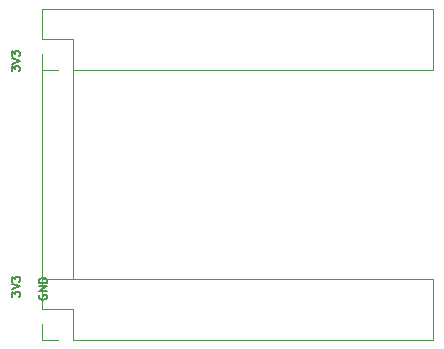
<source format=gbr>
%TF.GenerationSoftware,KiCad,Pcbnew,(5.1.8-0-10_14)*%
%TF.CreationDate,2020-11-29T01:54:20+01:00*%
%TF.ProjectId,FT2232Proto,46543232-3332-4507-926f-746f2e6b6963,rev?*%
%TF.SameCoordinates,Original*%
%TF.FileFunction,Legend,Top*%
%TF.FilePolarity,Positive*%
%FSLAX46Y46*%
G04 Gerber Fmt 4.6, Leading zero omitted, Abs format (unit mm)*
G04 Created by KiCad (PCBNEW (5.1.8-0-10_14)) date 2020-11-29 01:54:20*
%MOMM*%
%LPD*%
G01*
G04 APERTURE LIST*
%ADD10C,0.120000*%
%ADD11C,0.160000*%
G04 APERTURE END LIST*
D10*
X110490000Y-80070000D02*
X110490000Y-97790000D01*
X107890000Y-80070000D02*
X107890000Y-97730000D01*
D11*
X105316666Y-80166666D02*
X105316666Y-79733333D01*
X105583333Y-79966666D01*
X105583333Y-79866666D01*
X105616666Y-79800000D01*
X105650000Y-79766666D01*
X105716666Y-79733333D01*
X105883333Y-79733333D01*
X105950000Y-79766666D01*
X105983333Y-79800000D01*
X106016666Y-79866666D01*
X106016666Y-80066666D01*
X105983333Y-80133333D01*
X105950000Y-80166666D01*
X105316666Y-79533333D02*
X106016666Y-79300000D01*
X105316666Y-79066666D01*
X105316666Y-78900000D02*
X105316666Y-78466666D01*
X105583333Y-78700000D01*
X105583333Y-78600000D01*
X105616666Y-78533333D01*
X105650000Y-78500000D01*
X105716666Y-78466666D01*
X105883333Y-78466666D01*
X105950000Y-78500000D01*
X105983333Y-78533333D01*
X106016666Y-78600000D01*
X106016666Y-78800000D01*
X105983333Y-78866666D01*
X105950000Y-78900000D01*
X105316666Y-99266666D02*
X105316666Y-98833333D01*
X105583333Y-99066666D01*
X105583333Y-98966666D01*
X105616666Y-98900000D01*
X105650000Y-98866666D01*
X105716666Y-98833333D01*
X105883333Y-98833333D01*
X105950000Y-98866666D01*
X105983333Y-98900000D01*
X106016666Y-98966666D01*
X106016666Y-99166666D01*
X105983333Y-99233333D01*
X105950000Y-99266666D01*
X105316666Y-98633333D02*
X106016666Y-98400000D01*
X105316666Y-98166666D01*
X105316666Y-98000000D02*
X105316666Y-97566666D01*
X105583333Y-97800000D01*
X105583333Y-97700000D01*
X105616666Y-97633333D01*
X105650000Y-97600000D01*
X105716666Y-97566666D01*
X105883333Y-97566666D01*
X105950000Y-97600000D01*
X105983333Y-97633333D01*
X106016666Y-97700000D01*
X106016666Y-97900000D01*
X105983333Y-97966666D01*
X105950000Y-98000000D01*
X107650000Y-99133333D02*
X107616666Y-99200000D01*
X107616666Y-99300000D01*
X107650000Y-99400000D01*
X107716666Y-99466666D01*
X107783333Y-99500000D01*
X107916666Y-99533333D01*
X108016666Y-99533333D01*
X108150000Y-99500000D01*
X108216666Y-99466666D01*
X108283333Y-99400000D01*
X108316666Y-99300000D01*
X108316666Y-99233333D01*
X108283333Y-99133333D01*
X108250000Y-99100000D01*
X108016666Y-99100000D01*
X108016666Y-99233333D01*
X108316666Y-98800000D02*
X107616666Y-98800000D01*
X108316666Y-98400000D01*
X107616666Y-98400000D01*
X108316666Y-98066666D02*
X107616666Y-98066666D01*
X107616666Y-97900000D01*
X107650000Y-97800000D01*
X107716666Y-97733333D01*
X107783333Y-97700000D01*
X107916666Y-97666666D01*
X108016666Y-97666666D01*
X108150000Y-97700000D01*
X108216666Y-97733333D01*
X108283333Y-97800000D01*
X108316666Y-97900000D01*
X108316666Y-98066666D01*
D10*
%TO.C,J103*%
X141030000Y-102930000D02*
X141030000Y-97730000D01*
X110490000Y-102930000D02*
X141030000Y-102930000D01*
X107890000Y-97730000D02*
X141030000Y-97730000D01*
X110490000Y-102930000D02*
X110490000Y-100330000D01*
X110490000Y-100330000D02*
X107890000Y-100330000D01*
X107890000Y-100330000D02*
X107890000Y-97730000D01*
X109220000Y-102930000D02*
X107890000Y-102930000D01*
X107890000Y-102930000D02*
X107890000Y-101600000D01*
%TO.C,J102*%
X141030000Y-80070000D02*
X141030000Y-74870000D01*
X110490000Y-80070000D02*
X141030000Y-80070000D01*
X107890000Y-74870000D02*
X141030000Y-74870000D01*
X110490000Y-80070000D02*
X110490000Y-77470000D01*
X110490000Y-77470000D02*
X107890000Y-77470000D01*
X107890000Y-77470000D02*
X107890000Y-74870000D01*
X109220000Y-80070000D02*
X107890000Y-80070000D01*
X107890000Y-80070000D02*
X107890000Y-78740000D01*
%TD*%
M02*

</source>
